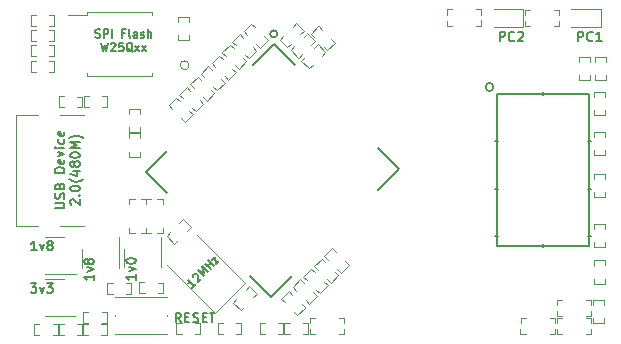
<source format=gbr>
%TF.GenerationSoftware,KiCad,Pcbnew,7.0.2-0*%
%TF.CreationDate,2023-05-15T13:16:41+08:00*%
%TF.ProjectId,slimarm_carambola,736c696d-6172-46d5-9f63-6172616d626f,rev?*%
%TF.SameCoordinates,Original*%
%TF.FileFunction,Legend,Top*%
%TF.FilePolarity,Positive*%
%FSLAX46Y46*%
G04 Gerber Fmt 4.6, Leading zero omitted, Abs format (unit mm)*
G04 Created by KiCad (PCBNEW 7.0.2-0) date 2023-05-15 13:16:41*
%MOMM*%
%LPD*%
G01*
G04 APERTURE LIST*
%ADD10C,0.150000*%
%ADD11C,0.100000*%
%ADD12C,0.120000*%
%ADD13C,0.152400*%
%ADD14C,0.200000*%
G04 APERTURE END LIST*
D10*
X55293017Y-20230000D02*
G75*
G03*
X55293017Y-20230000I-333017J0D01*
G01*
X21596667Y-16017000D02*
X21696667Y-16050333D01*
X21696667Y-16050333D02*
X21863334Y-16050333D01*
X21863334Y-16050333D02*
X21930000Y-16017000D01*
X21930000Y-16017000D02*
X21963334Y-15983666D01*
X21963334Y-15983666D02*
X21996667Y-15917000D01*
X21996667Y-15917000D02*
X21996667Y-15850333D01*
X21996667Y-15850333D02*
X21963334Y-15783666D01*
X21963334Y-15783666D02*
X21930000Y-15750333D01*
X21930000Y-15750333D02*
X21863334Y-15717000D01*
X21863334Y-15717000D02*
X21730000Y-15683666D01*
X21730000Y-15683666D02*
X21663334Y-15650333D01*
X21663334Y-15650333D02*
X21630000Y-15617000D01*
X21630000Y-15617000D02*
X21596667Y-15550333D01*
X21596667Y-15550333D02*
X21596667Y-15483666D01*
X21596667Y-15483666D02*
X21630000Y-15417000D01*
X21630000Y-15417000D02*
X21663334Y-15383666D01*
X21663334Y-15383666D02*
X21730000Y-15350333D01*
X21730000Y-15350333D02*
X21896667Y-15350333D01*
X21896667Y-15350333D02*
X21996667Y-15383666D01*
X22296667Y-16050333D02*
X22296667Y-15350333D01*
X22296667Y-15350333D02*
X22563334Y-15350333D01*
X22563334Y-15350333D02*
X22630001Y-15383666D01*
X22630001Y-15383666D02*
X22663334Y-15417000D01*
X22663334Y-15417000D02*
X22696667Y-15483666D01*
X22696667Y-15483666D02*
X22696667Y-15583666D01*
X22696667Y-15583666D02*
X22663334Y-15650333D01*
X22663334Y-15650333D02*
X22630001Y-15683666D01*
X22630001Y-15683666D02*
X22563334Y-15717000D01*
X22563334Y-15717000D02*
X22296667Y-15717000D01*
X22996667Y-16050333D02*
X22996667Y-15350333D01*
X24096667Y-15683666D02*
X23863333Y-15683666D01*
X23863333Y-16050333D02*
X23863333Y-15350333D01*
X23863333Y-15350333D02*
X24196667Y-15350333D01*
X24563333Y-16050333D02*
X24496667Y-16017000D01*
X24496667Y-16017000D02*
X24463333Y-15950333D01*
X24463333Y-15950333D02*
X24463333Y-15350333D01*
X25130000Y-16050333D02*
X25130000Y-15683666D01*
X25130000Y-15683666D02*
X25096667Y-15617000D01*
X25096667Y-15617000D02*
X25030000Y-15583666D01*
X25030000Y-15583666D02*
X24896667Y-15583666D01*
X24896667Y-15583666D02*
X24830000Y-15617000D01*
X25130000Y-16017000D02*
X25063334Y-16050333D01*
X25063334Y-16050333D02*
X24896667Y-16050333D01*
X24896667Y-16050333D02*
X24830000Y-16017000D01*
X24830000Y-16017000D02*
X24796667Y-15950333D01*
X24796667Y-15950333D02*
X24796667Y-15883666D01*
X24796667Y-15883666D02*
X24830000Y-15817000D01*
X24830000Y-15817000D02*
X24896667Y-15783666D01*
X24896667Y-15783666D02*
X25063334Y-15783666D01*
X25063334Y-15783666D02*
X25130000Y-15750333D01*
X25430000Y-16017000D02*
X25496667Y-16050333D01*
X25496667Y-16050333D02*
X25630000Y-16050333D01*
X25630000Y-16050333D02*
X25696667Y-16017000D01*
X25696667Y-16017000D02*
X25730000Y-15950333D01*
X25730000Y-15950333D02*
X25730000Y-15917000D01*
X25730000Y-15917000D02*
X25696667Y-15850333D01*
X25696667Y-15850333D02*
X25630000Y-15817000D01*
X25630000Y-15817000D02*
X25530000Y-15817000D01*
X25530000Y-15817000D02*
X25463333Y-15783666D01*
X25463333Y-15783666D02*
X25430000Y-15717000D01*
X25430000Y-15717000D02*
X25430000Y-15683666D01*
X25430000Y-15683666D02*
X25463333Y-15617000D01*
X25463333Y-15617000D02*
X25530000Y-15583666D01*
X25530000Y-15583666D02*
X25630000Y-15583666D01*
X25630000Y-15583666D02*
X25696667Y-15617000D01*
X26030000Y-16050333D02*
X26030000Y-15350333D01*
X26330000Y-16050333D02*
X26330000Y-15683666D01*
X26330000Y-15683666D02*
X26296667Y-15617000D01*
X26296667Y-15617000D02*
X26230000Y-15583666D01*
X26230000Y-15583666D02*
X26130000Y-15583666D01*
X26130000Y-15583666D02*
X26063334Y-15617000D01*
X26063334Y-15617000D02*
X26030000Y-15650333D01*
X22080000Y-16484333D02*
X22246666Y-17184333D01*
X22246666Y-17184333D02*
X22380000Y-16684333D01*
X22380000Y-16684333D02*
X22513333Y-17184333D01*
X22513333Y-17184333D02*
X22680000Y-16484333D01*
X22913333Y-16551000D02*
X22946666Y-16517666D01*
X22946666Y-16517666D02*
X23013333Y-16484333D01*
X23013333Y-16484333D02*
X23180000Y-16484333D01*
X23180000Y-16484333D02*
X23246666Y-16517666D01*
X23246666Y-16517666D02*
X23280000Y-16551000D01*
X23280000Y-16551000D02*
X23313333Y-16617666D01*
X23313333Y-16617666D02*
X23313333Y-16684333D01*
X23313333Y-16684333D02*
X23280000Y-16784333D01*
X23280000Y-16784333D02*
X22880000Y-17184333D01*
X22880000Y-17184333D02*
X23313333Y-17184333D01*
X23946667Y-16484333D02*
X23613333Y-16484333D01*
X23613333Y-16484333D02*
X23580000Y-16817666D01*
X23580000Y-16817666D02*
X23613333Y-16784333D01*
X23613333Y-16784333D02*
X23680000Y-16751000D01*
X23680000Y-16751000D02*
X23846667Y-16751000D01*
X23846667Y-16751000D02*
X23913333Y-16784333D01*
X23913333Y-16784333D02*
X23946667Y-16817666D01*
X23946667Y-16817666D02*
X23980000Y-16884333D01*
X23980000Y-16884333D02*
X23980000Y-17051000D01*
X23980000Y-17051000D02*
X23946667Y-17117666D01*
X23946667Y-17117666D02*
X23913333Y-17151000D01*
X23913333Y-17151000D02*
X23846667Y-17184333D01*
X23846667Y-17184333D02*
X23680000Y-17184333D01*
X23680000Y-17184333D02*
X23613333Y-17151000D01*
X23613333Y-17151000D02*
X23580000Y-17117666D01*
X24746667Y-17251000D02*
X24680000Y-17217666D01*
X24680000Y-17217666D02*
X24613334Y-17151000D01*
X24613334Y-17151000D02*
X24513334Y-17051000D01*
X24513334Y-17051000D02*
X24446667Y-17017666D01*
X24446667Y-17017666D02*
X24380000Y-17017666D01*
X24413334Y-17184333D02*
X24346667Y-17151000D01*
X24346667Y-17151000D02*
X24280000Y-17084333D01*
X24280000Y-17084333D02*
X24246667Y-16951000D01*
X24246667Y-16951000D02*
X24246667Y-16717666D01*
X24246667Y-16717666D02*
X24280000Y-16584333D01*
X24280000Y-16584333D02*
X24346667Y-16517666D01*
X24346667Y-16517666D02*
X24413334Y-16484333D01*
X24413334Y-16484333D02*
X24546667Y-16484333D01*
X24546667Y-16484333D02*
X24613334Y-16517666D01*
X24613334Y-16517666D02*
X24680000Y-16584333D01*
X24680000Y-16584333D02*
X24713334Y-16717666D01*
X24713334Y-16717666D02*
X24713334Y-16951000D01*
X24713334Y-16951000D02*
X24680000Y-17084333D01*
X24680000Y-17084333D02*
X24613334Y-17151000D01*
X24613334Y-17151000D02*
X24546667Y-17184333D01*
X24546667Y-17184333D02*
X24413334Y-17184333D01*
X24946667Y-17184333D02*
X25313333Y-16717666D01*
X24946667Y-16717666D02*
X25313333Y-17184333D01*
X25513334Y-17184333D02*
X25880000Y-16717666D01*
X25513334Y-16717666D02*
X25880000Y-17184333D01*
X24992095Y-36087143D02*
X24992095Y-36544286D01*
X24992095Y-36315714D02*
X24192095Y-36315714D01*
X24192095Y-36315714D02*
X24306380Y-36391905D01*
X24306380Y-36391905D02*
X24382571Y-36468095D01*
X24382571Y-36468095D02*
X24420666Y-36544286D01*
X24458761Y-35820476D02*
X24992095Y-35630000D01*
X24992095Y-35630000D02*
X24458761Y-35439523D01*
X24192095Y-34982380D02*
X24192095Y-34906190D01*
X24192095Y-34906190D02*
X24230190Y-34829999D01*
X24230190Y-34829999D02*
X24268285Y-34791904D01*
X24268285Y-34791904D02*
X24344476Y-34753809D01*
X24344476Y-34753809D02*
X24496857Y-34715714D01*
X24496857Y-34715714D02*
X24687333Y-34715714D01*
X24687333Y-34715714D02*
X24839714Y-34753809D01*
X24839714Y-34753809D02*
X24915904Y-34791904D01*
X24915904Y-34791904D02*
X24954000Y-34829999D01*
X24954000Y-34829999D02*
X24992095Y-34906190D01*
X24992095Y-34906190D02*
X24992095Y-34982380D01*
X24992095Y-34982380D02*
X24954000Y-35058571D01*
X24954000Y-35058571D02*
X24915904Y-35096666D01*
X24915904Y-35096666D02*
X24839714Y-35134761D01*
X24839714Y-35134761D02*
X24687333Y-35172857D01*
X24687333Y-35172857D02*
X24496857Y-35172857D01*
X24496857Y-35172857D02*
X24344476Y-35134761D01*
X24344476Y-35134761D02*
X24268285Y-35096666D01*
X24268285Y-35096666D02*
X24230190Y-35058571D01*
X24230190Y-35058571D02*
X24192095Y-34982380D01*
X16107618Y-36852095D02*
X16602856Y-36852095D01*
X16602856Y-36852095D02*
X16336190Y-37156857D01*
X16336190Y-37156857D02*
X16450475Y-37156857D01*
X16450475Y-37156857D02*
X16526666Y-37194952D01*
X16526666Y-37194952D02*
X16564761Y-37233047D01*
X16564761Y-37233047D02*
X16602856Y-37309238D01*
X16602856Y-37309238D02*
X16602856Y-37499714D01*
X16602856Y-37499714D02*
X16564761Y-37575904D01*
X16564761Y-37575904D02*
X16526666Y-37614000D01*
X16526666Y-37614000D02*
X16450475Y-37652095D01*
X16450475Y-37652095D02*
X16221904Y-37652095D01*
X16221904Y-37652095D02*
X16145713Y-37614000D01*
X16145713Y-37614000D02*
X16107618Y-37575904D01*
X16869523Y-37118761D02*
X17059999Y-37652095D01*
X17059999Y-37652095D02*
X17250476Y-37118761D01*
X17479047Y-36852095D02*
X17974285Y-36852095D01*
X17974285Y-36852095D02*
X17707619Y-37156857D01*
X17707619Y-37156857D02*
X17821904Y-37156857D01*
X17821904Y-37156857D02*
X17898095Y-37194952D01*
X17898095Y-37194952D02*
X17936190Y-37233047D01*
X17936190Y-37233047D02*
X17974285Y-37309238D01*
X17974285Y-37309238D02*
X17974285Y-37499714D01*
X17974285Y-37499714D02*
X17936190Y-37575904D01*
X17936190Y-37575904D02*
X17898095Y-37614000D01*
X17898095Y-37614000D02*
X17821904Y-37652095D01*
X17821904Y-37652095D02*
X17593333Y-37652095D01*
X17593333Y-37652095D02*
X17517142Y-37614000D01*
X17517142Y-37614000D02*
X17479047Y-37575904D01*
X30092681Y-36926167D02*
X29809838Y-37209010D01*
X29951259Y-37067589D02*
X29456285Y-36572614D01*
X29456285Y-36572614D02*
X29479855Y-36690465D01*
X29479855Y-36690465D02*
X29479855Y-36784746D01*
X29479855Y-36784746D02*
X29456285Y-36855457D01*
X29833409Y-36289771D02*
X29833409Y-36242630D01*
X29833409Y-36242630D02*
X29856979Y-36171920D01*
X29856979Y-36171920D02*
X29974830Y-36054069D01*
X29974830Y-36054069D02*
X30045541Y-36030498D01*
X30045541Y-36030498D02*
X30092681Y-36030498D01*
X30092681Y-36030498D02*
X30163392Y-36054069D01*
X30163392Y-36054069D02*
X30210532Y-36101209D01*
X30210532Y-36101209D02*
X30257673Y-36195490D01*
X30257673Y-36195490D02*
X30257673Y-36761175D01*
X30257673Y-36761175D02*
X30564086Y-36454763D01*
X30776218Y-36242630D02*
X30281243Y-35747656D01*
X30281243Y-35747656D02*
X30799788Y-35936217D01*
X30799788Y-35936217D02*
X30611226Y-35417672D01*
X30611226Y-35417672D02*
X31106201Y-35912647D01*
X31341903Y-35676945D02*
X30846928Y-35181970D01*
X31082631Y-35417672D02*
X31365473Y-35134830D01*
X31624746Y-35394102D02*
X31129771Y-34899127D01*
X31483324Y-34875557D02*
X31742597Y-34616285D01*
X31742597Y-34616285D02*
X31813307Y-35205541D01*
X31813307Y-35205541D02*
X32072580Y-34946268D01*
X28838095Y-40142095D02*
X28571428Y-39761142D01*
X28380952Y-40142095D02*
X28380952Y-39342095D01*
X28380952Y-39342095D02*
X28685714Y-39342095D01*
X28685714Y-39342095D02*
X28761904Y-39380190D01*
X28761904Y-39380190D02*
X28799999Y-39418285D01*
X28799999Y-39418285D02*
X28838095Y-39494476D01*
X28838095Y-39494476D02*
X28838095Y-39608761D01*
X28838095Y-39608761D02*
X28799999Y-39684952D01*
X28799999Y-39684952D02*
X28761904Y-39723047D01*
X28761904Y-39723047D02*
X28685714Y-39761142D01*
X28685714Y-39761142D02*
X28380952Y-39761142D01*
X29180952Y-39723047D02*
X29447618Y-39723047D01*
X29561904Y-40142095D02*
X29180952Y-40142095D01*
X29180952Y-40142095D02*
X29180952Y-39342095D01*
X29180952Y-39342095D02*
X29561904Y-39342095D01*
X29866666Y-40104000D02*
X29980952Y-40142095D01*
X29980952Y-40142095D02*
X30171428Y-40142095D01*
X30171428Y-40142095D02*
X30247619Y-40104000D01*
X30247619Y-40104000D02*
X30285714Y-40065904D01*
X30285714Y-40065904D02*
X30323809Y-39989714D01*
X30323809Y-39989714D02*
X30323809Y-39913523D01*
X30323809Y-39913523D02*
X30285714Y-39837333D01*
X30285714Y-39837333D02*
X30247619Y-39799238D01*
X30247619Y-39799238D02*
X30171428Y-39761142D01*
X30171428Y-39761142D02*
X30019047Y-39723047D01*
X30019047Y-39723047D02*
X29942857Y-39684952D01*
X29942857Y-39684952D02*
X29904762Y-39646857D01*
X29904762Y-39646857D02*
X29866666Y-39570666D01*
X29866666Y-39570666D02*
X29866666Y-39494476D01*
X29866666Y-39494476D02*
X29904762Y-39418285D01*
X29904762Y-39418285D02*
X29942857Y-39380190D01*
X29942857Y-39380190D02*
X30019047Y-39342095D01*
X30019047Y-39342095D02*
X30209524Y-39342095D01*
X30209524Y-39342095D02*
X30323809Y-39380190D01*
X30666667Y-39723047D02*
X30933333Y-39723047D01*
X31047619Y-40142095D02*
X30666667Y-40142095D01*
X30666667Y-40142095D02*
X30666667Y-39342095D01*
X30666667Y-39342095D02*
X31047619Y-39342095D01*
X31276191Y-39342095D02*
X31733334Y-39342095D01*
X31504762Y-40142095D02*
X31504762Y-39342095D01*
X21442095Y-36127143D02*
X21442095Y-36584286D01*
X21442095Y-36355714D02*
X20642095Y-36355714D01*
X20642095Y-36355714D02*
X20756380Y-36431905D01*
X20756380Y-36431905D02*
X20832571Y-36508095D01*
X20832571Y-36508095D02*
X20870666Y-36584286D01*
X20908761Y-35860476D02*
X21442095Y-35670000D01*
X21442095Y-35670000D02*
X20908761Y-35479523D01*
X20984952Y-35060476D02*
X20946857Y-35136666D01*
X20946857Y-35136666D02*
X20908761Y-35174761D01*
X20908761Y-35174761D02*
X20832571Y-35212857D01*
X20832571Y-35212857D02*
X20794476Y-35212857D01*
X20794476Y-35212857D02*
X20718285Y-35174761D01*
X20718285Y-35174761D02*
X20680190Y-35136666D01*
X20680190Y-35136666D02*
X20642095Y-35060476D01*
X20642095Y-35060476D02*
X20642095Y-34908095D01*
X20642095Y-34908095D02*
X20680190Y-34831904D01*
X20680190Y-34831904D02*
X20718285Y-34793809D01*
X20718285Y-34793809D02*
X20794476Y-34755714D01*
X20794476Y-34755714D02*
X20832571Y-34755714D01*
X20832571Y-34755714D02*
X20908761Y-34793809D01*
X20908761Y-34793809D02*
X20946857Y-34831904D01*
X20946857Y-34831904D02*
X20984952Y-34908095D01*
X20984952Y-34908095D02*
X20984952Y-35060476D01*
X20984952Y-35060476D02*
X21023047Y-35136666D01*
X21023047Y-35136666D02*
X21061142Y-35174761D01*
X21061142Y-35174761D02*
X21137333Y-35212857D01*
X21137333Y-35212857D02*
X21289714Y-35212857D01*
X21289714Y-35212857D02*
X21365904Y-35174761D01*
X21365904Y-35174761D02*
X21404000Y-35136666D01*
X21404000Y-35136666D02*
X21442095Y-35060476D01*
X21442095Y-35060476D02*
X21442095Y-34908095D01*
X21442095Y-34908095D02*
X21404000Y-34831904D01*
X21404000Y-34831904D02*
X21365904Y-34793809D01*
X21365904Y-34793809D02*
X21289714Y-34755714D01*
X21289714Y-34755714D02*
X21137333Y-34755714D01*
X21137333Y-34755714D02*
X21061142Y-34793809D01*
X21061142Y-34793809D02*
X21023047Y-34831904D01*
X21023047Y-34831904D02*
X20984952Y-34908095D01*
X18176095Y-30488094D02*
X18823714Y-30488094D01*
X18823714Y-30488094D02*
X18899904Y-30449999D01*
X18899904Y-30449999D02*
X18938000Y-30411904D01*
X18938000Y-30411904D02*
X18976095Y-30335713D01*
X18976095Y-30335713D02*
X18976095Y-30183332D01*
X18976095Y-30183332D02*
X18938000Y-30107142D01*
X18938000Y-30107142D02*
X18899904Y-30069047D01*
X18899904Y-30069047D02*
X18823714Y-30030951D01*
X18823714Y-30030951D02*
X18176095Y-30030951D01*
X18938000Y-29688095D02*
X18976095Y-29573809D01*
X18976095Y-29573809D02*
X18976095Y-29383333D01*
X18976095Y-29383333D02*
X18938000Y-29307142D01*
X18938000Y-29307142D02*
X18899904Y-29269047D01*
X18899904Y-29269047D02*
X18823714Y-29230952D01*
X18823714Y-29230952D02*
X18747523Y-29230952D01*
X18747523Y-29230952D02*
X18671333Y-29269047D01*
X18671333Y-29269047D02*
X18633238Y-29307142D01*
X18633238Y-29307142D02*
X18595142Y-29383333D01*
X18595142Y-29383333D02*
X18557047Y-29535714D01*
X18557047Y-29535714D02*
X18518952Y-29611904D01*
X18518952Y-29611904D02*
X18480857Y-29649999D01*
X18480857Y-29649999D02*
X18404666Y-29688095D01*
X18404666Y-29688095D02*
X18328476Y-29688095D01*
X18328476Y-29688095D02*
X18252285Y-29649999D01*
X18252285Y-29649999D02*
X18214190Y-29611904D01*
X18214190Y-29611904D02*
X18176095Y-29535714D01*
X18176095Y-29535714D02*
X18176095Y-29345237D01*
X18176095Y-29345237D02*
X18214190Y-29230952D01*
X18557047Y-28621428D02*
X18595142Y-28507142D01*
X18595142Y-28507142D02*
X18633238Y-28469047D01*
X18633238Y-28469047D02*
X18709428Y-28430951D01*
X18709428Y-28430951D02*
X18823714Y-28430951D01*
X18823714Y-28430951D02*
X18899904Y-28469047D01*
X18899904Y-28469047D02*
X18938000Y-28507142D01*
X18938000Y-28507142D02*
X18976095Y-28583332D01*
X18976095Y-28583332D02*
X18976095Y-28888094D01*
X18976095Y-28888094D02*
X18176095Y-28888094D01*
X18176095Y-28888094D02*
X18176095Y-28621428D01*
X18176095Y-28621428D02*
X18214190Y-28545237D01*
X18214190Y-28545237D02*
X18252285Y-28507142D01*
X18252285Y-28507142D02*
X18328476Y-28469047D01*
X18328476Y-28469047D02*
X18404666Y-28469047D01*
X18404666Y-28469047D02*
X18480857Y-28507142D01*
X18480857Y-28507142D02*
X18518952Y-28545237D01*
X18518952Y-28545237D02*
X18557047Y-28621428D01*
X18557047Y-28621428D02*
X18557047Y-28888094D01*
X18976095Y-27478570D02*
X18176095Y-27478570D01*
X18176095Y-27478570D02*
X18176095Y-27288094D01*
X18176095Y-27288094D02*
X18214190Y-27173808D01*
X18214190Y-27173808D02*
X18290380Y-27097618D01*
X18290380Y-27097618D02*
X18366571Y-27059523D01*
X18366571Y-27059523D02*
X18518952Y-27021427D01*
X18518952Y-27021427D02*
X18633238Y-27021427D01*
X18633238Y-27021427D02*
X18785619Y-27059523D01*
X18785619Y-27059523D02*
X18861809Y-27097618D01*
X18861809Y-27097618D02*
X18938000Y-27173808D01*
X18938000Y-27173808D02*
X18976095Y-27288094D01*
X18976095Y-27288094D02*
X18976095Y-27478570D01*
X18938000Y-26373808D02*
X18976095Y-26449999D01*
X18976095Y-26449999D02*
X18976095Y-26602380D01*
X18976095Y-26602380D02*
X18938000Y-26678570D01*
X18938000Y-26678570D02*
X18861809Y-26716666D01*
X18861809Y-26716666D02*
X18557047Y-26716666D01*
X18557047Y-26716666D02*
X18480857Y-26678570D01*
X18480857Y-26678570D02*
X18442761Y-26602380D01*
X18442761Y-26602380D02*
X18442761Y-26449999D01*
X18442761Y-26449999D02*
X18480857Y-26373808D01*
X18480857Y-26373808D02*
X18557047Y-26335713D01*
X18557047Y-26335713D02*
X18633238Y-26335713D01*
X18633238Y-26335713D02*
X18709428Y-26716666D01*
X18442761Y-26069047D02*
X18976095Y-25878571D01*
X18976095Y-25878571D02*
X18442761Y-25688094D01*
X18976095Y-25383332D02*
X18442761Y-25383332D01*
X18176095Y-25383332D02*
X18214190Y-25421428D01*
X18214190Y-25421428D02*
X18252285Y-25383332D01*
X18252285Y-25383332D02*
X18214190Y-25345237D01*
X18214190Y-25345237D02*
X18176095Y-25383332D01*
X18176095Y-25383332D02*
X18252285Y-25383332D01*
X18938000Y-24659523D02*
X18976095Y-24735714D01*
X18976095Y-24735714D02*
X18976095Y-24888095D01*
X18976095Y-24888095D02*
X18938000Y-24964285D01*
X18938000Y-24964285D02*
X18899904Y-25002380D01*
X18899904Y-25002380D02*
X18823714Y-25040476D01*
X18823714Y-25040476D02*
X18595142Y-25040476D01*
X18595142Y-25040476D02*
X18518952Y-25002380D01*
X18518952Y-25002380D02*
X18480857Y-24964285D01*
X18480857Y-24964285D02*
X18442761Y-24888095D01*
X18442761Y-24888095D02*
X18442761Y-24735714D01*
X18442761Y-24735714D02*
X18480857Y-24659523D01*
X18938000Y-24011904D02*
X18976095Y-24088095D01*
X18976095Y-24088095D02*
X18976095Y-24240476D01*
X18976095Y-24240476D02*
X18938000Y-24316666D01*
X18938000Y-24316666D02*
X18861809Y-24354762D01*
X18861809Y-24354762D02*
X18557047Y-24354762D01*
X18557047Y-24354762D02*
X18480857Y-24316666D01*
X18480857Y-24316666D02*
X18442761Y-24240476D01*
X18442761Y-24240476D02*
X18442761Y-24088095D01*
X18442761Y-24088095D02*
X18480857Y-24011904D01*
X18480857Y-24011904D02*
X18557047Y-23973809D01*
X18557047Y-23973809D02*
X18633238Y-23973809D01*
X18633238Y-23973809D02*
X18709428Y-24354762D01*
X19548285Y-30183333D02*
X19510190Y-30145237D01*
X19510190Y-30145237D02*
X19472095Y-30069047D01*
X19472095Y-30069047D02*
X19472095Y-29878571D01*
X19472095Y-29878571D02*
X19510190Y-29802380D01*
X19510190Y-29802380D02*
X19548285Y-29764285D01*
X19548285Y-29764285D02*
X19624476Y-29726190D01*
X19624476Y-29726190D02*
X19700666Y-29726190D01*
X19700666Y-29726190D02*
X19814952Y-29764285D01*
X19814952Y-29764285D02*
X20272095Y-30221428D01*
X20272095Y-30221428D02*
X20272095Y-29726190D01*
X20195904Y-29383332D02*
X20234000Y-29345237D01*
X20234000Y-29345237D02*
X20272095Y-29383332D01*
X20272095Y-29383332D02*
X20234000Y-29421428D01*
X20234000Y-29421428D02*
X20195904Y-29383332D01*
X20195904Y-29383332D02*
X20272095Y-29383332D01*
X19472095Y-28849999D02*
X19472095Y-28773809D01*
X19472095Y-28773809D02*
X19510190Y-28697618D01*
X19510190Y-28697618D02*
X19548285Y-28659523D01*
X19548285Y-28659523D02*
X19624476Y-28621428D01*
X19624476Y-28621428D02*
X19776857Y-28583333D01*
X19776857Y-28583333D02*
X19967333Y-28583333D01*
X19967333Y-28583333D02*
X20119714Y-28621428D01*
X20119714Y-28621428D02*
X20195904Y-28659523D01*
X20195904Y-28659523D02*
X20234000Y-28697618D01*
X20234000Y-28697618D02*
X20272095Y-28773809D01*
X20272095Y-28773809D02*
X20272095Y-28849999D01*
X20272095Y-28849999D02*
X20234000Y-28926190D01*
X20234000Y-28926190D02*
X20195904Y-28964285D01*
X20195904Y-28964285D02*
X20119714Y-29002380D01*
X20119714Y-29002380D02*
X19967333Y-29040476D01*
X19967333Y-29040476D02*
X19776857Y-29040476D01*
X19776857Y-29040476D02*
X19624476Y-29002380D01*
X19624476Y-29002380D02*
X19548285Y-28964285D01*
X19548285Y-28964285D02*
X19510190Y-28926190D01*
X19510190Y-28926190D02*
X19472095Y-28849999D01*
X20576857Y-28011904D02*
X20538761Y-28049999D01*
X20538761Y-28049999D02*
X20424476Y-28126190D01*
X20424476Y-28126190D02*
X20348285Y-28164285D01*
X20348285Y-28164285D02*
X20234000Y-28202380D01*
X20234000Y-28202380D02*
X20043523Y-28240475D01*
X20043523Y-28240475D02*
X19891142Y-28240475D01*
X19891142Y-28240475D02*
X19700666Y-28202380D01*
X19700666Y-28202380D02*
X19586380Y-28164285D01*
X19586380Y-28164285D02*
X19510190Y-28126190D01*
X19510190Y-28126190D02*
X19395904Y-28049999D01*
X19395904Y-28049999D02*
X19357809Y-28011904D01*
X19738761Y-27364285D02*
X20272095Y-27364285D01*
X19434000Y-27554761D02*
X20005428Y-27745238D01*
X20005428Y-27745238D02*
X20005428Y-27249999D01*
X19814952Y-26830952D02*
X19776857Y-26907142D01*
X19776857Y-26907142D02*
X19738761Y-26945237D01*
X19738761Y-26945237D02*
X19662571Y-26983333D01*
X19662571Y-26983333D02*
X19624476Y-26983333D01*
X19624476Y-26983333D02*
X19548285Y-26945237D01*
X19548285Y-26945237D02*
X19510190Y-26907142D01*
X19510190Y-26907142D02*
X19472095Y-26830952D01*
X19472095Y-26830952D02*
X19472095Y-26678571D01*
X19472095Y-26678571D02*
X19510190Y-26602380D01*
X19510190Y-26602380D02*
X19548285Y-26564285D01*
X19548285Y-26564285D02*
X19624476Y-26526190D01*
X19624476Y-26526190D02*
X19662571Y-26526190D01*
X19662571Y-26526190D02*
X19738761Y-26564285D01*
X19738761Y-26564285D02*
X19776857Y-26602380D01*
X19776857Y-26602380D02*
X19814952Y-26678571D01*
X19814952Y-26678571D02*
X19814952Y-26830952D01*
X19814952Y-26830952D02*
X19853047Y-26907142D01*
X19853047Y-26907142D02*
X19891142Y-26945237D01*
X19891142Y-26945237D02*
X19967333Y-26983333D01*
X19967333Y-26983333D02*
X20119714Y-26983333D01*
X20119714Y-26983333D02*
X20195904Y-26945237D01*
X20195904Y-26945237D02*
X20234000Y-26907142D01*
X20234000Y-26907142D02*
X20272095Y-26830952D01*
X20272095Y-26830952D02*
X20272095Y-26678571D01*
X20272095Y-26678571D02*
X20234000Y-26602380D01*
X20234000Y-26602380D02*
X20195904Y-26564285D01*
X20195904Y-26564285D02*
X20119714Y-26526190D01*
X20119714Y-26526190D02*
X19967333Y-26526190D01*
X19967333Y-26526190D02*
X19891142Y-26564285D01*
X19891142Y-26564285D02*
X19853047Y-26602380D01*
X19853047Y-26602380D02*
X19814952Y-26678571D01*
X19472095Y-26030951D02*
X19472095Y-25954761D01*
X19472095Y-25954761D02*
X19510190Y-25878570D01*
X19510190Y-25878570D02*
X19548285Y-25840475D01*
X19548285Y-25840475D02*
X19624476Y-25802380D01*
X19624476Y-25802380D02*
X19776857Y-25764285D01*
X19776857Y-25764285D02*
X19967333Y-25764285D01*
X19967333Y-25764285D02*
X20119714Y-25802380D01*
X20119714Y-25802380D02*
X20195904Y-25840475D01*
X20195904Y-25840475D02*
X20234000Y-25878570D01*
X20234000Y-25878570D02*
X20272095Y-25954761D01*
X20272095Y-25954761D02*
X20272095Y-26030951D01*
X20272095Y-26030951D02*
X20234000Y-26107142D01*
X20234000Y-26107142D02*
X20195904Y-26145237D01*
X20195904Y-26145237D02*
X20119714Y-26183332D01*
X20119714Y-26183332D02*
X19967333Y-26221428D01*
X19967333Y-26221428D02*
X19776857Y-26221428D01*
X19776857Y-26221428D02*
X19624476Y-26183332D01*
X19624476Y-26183332D02*
X19548285Y-26145237D01*
X19548285Y-26145237D02*
X19510190Y-26107142D01*
X19510190Y-26107142D02*
X19472095Y-26030951D01*
X20272095Y-25421427D02*
X19472095Y-25421427D01*
X19472095Y-25421427D02*
X20043523Y-25154761D01*
X20043523Y-25154761D02*
X19472095Y-24888094D01*
X19472095Y-24888094D02*
X20272095Y-24888094D01*
X20576857Y-24583332D02*
X20538761Y-24545237D01*
X20538761Y-24545237D02*
X20424476Y-24469046D01*
X20424476Y-24469046D02*
X20348285Y-24430951D01*
X20348285Y-24430951D02*
X20234000Y-24392856D01*
X20234000Y-24392856D02*
X20043523Y-24354760D01*
X20043523Y-24354760D02*
X19891142Y-24354760D01*
X19891142Y-24354760D02*
X19700666Y-24392856D01*
X19700666Y-24392856D02*
X19586380Y-24430951D01*
X19586380Y-24430951D02*
X19510190Y-24469046D01*
X19510190Y-24469046D02*
X19395904Y-24545237D01*
X19395904Y-24545237D02*
X19357809Y-24583332D01*
X55810476Y-16332095D02*
X55810476Y-15532095D01*
X55810476Y-15532095D02*
X56115238Y-15532095D01*
X56115238Y-15532095D02*
X56191428Y-15570190D01*
X56191428Y-15570190D02*
X56229523Y-15608285D01*
X56229523Y-15608285D02*
X56267619Y-15684476D01*
X56267619Y-15684476D02*
X56267619Y-15798761D01*
X56267619Y-15798761D02*
X56229523Y-15874952D01*
X56229523Y-15874952D02*
X56191428Y-15913047D01*
X56191428Y-15913047D02*
X56115238Y-15951142D01*
X56115238Y-15951142D02*
X55810476Y-15951142D01*
X57067619Y-16255904D02*
X57029523Y-16294000D01*
X57029523Y-16294000D02*
X56915238Y-16332095D01*
X56915238Y-16332095D02*
X56839047Y-16332095D01*
X56839047Y-16332095D02*
X56724761Y-16294000D01*
X56724761Y-16294000D02*
X56648571Y-16217809D01*
X56648571Y-16217809D02*
X56610476Y-16141619D01*
X56610476Y-16141619D02*
X56572380Y-15989238D01*
X56572380Y-15989238D02*
X56572380Y-15874952D01*
X56572380Y-15874952D02*
X56610476Y-15722571D01*
X56610476Y-15722571D02*
X56648571Y-15646380D01*
X56648571Y-15646380D02*
X56724761Y-15570190D01*
X56724761Y-15570190D02*
X56839047Y-15532095D01*
X56839047Y-15532095D02*
X56915238Y-15532095D01*
X56915238Y-15532095D02*
X57029523Y-15570190D01*
X57029523Y-15570190D02*
X57067619Y-15608285D01*
X57372380Y-15608285D02*
X57410476Y-15570190D01*
X57410476Y-15570190D02*
X57486666Y-15532095D01*
X57486666Y-15532095D02*
X57677142Y-15532095D01*
X57677142Y-15532095D02*
X57753333Y-15570190D01*
X57753333Y-15570190D02*
X57791428Y-15608285D01*
X57791428Y-15608285D02*
X57829523Y-15684476D01*
X57829523Y-15684476D02*
X57829523Y-15760666D01*
X57829523Y-15760666D02*
X57791428Y-15874952D01*
X57791428Y-15874952D02*
X57334285Y-16332095D01*
X57334285Y-16332095D02*
X57829523Y-16332095D01*
X62439049Y-16332095D02*
X62439049Y-15532095D01*
X62439049Y-15532095D02*
X62743811Y-15532095D01*
X62743811Y-15532095D02*
X62820001Y-15570190D01*
X62820001Y-15570190D02*
X62858096Y-15608285D01*
X62858096Y-15608285D02*
X62896192Y-15684476D01*
X62896192Y-15684476D02*
X62896192Y-15798761D01*
X62896192Y-15798761D02*
X62858096Y-15874952D01*
X62858096Y-15874952D02*
X62820001Y-15913047D01*
X62820001Y-15913047D02*
X62743811Y-15951142D01*
X62743811Y-15951142D02*
X62439049Y-15951142D01*
X63696192Y-16255904D02*
X63658096Y-16294000D01*
X63658096Y-16294000D02*
X63543811Y-16332095D01*
X63543811Y-16332095D02*
X63467620Y-16332095D01*
X63467620Y-16332095D02*
X63353334Y-16294000D01*
X63353334Y-16294000D02*
X63277144Y-16217809D01*
X63277144Y-16217809D02*
X63239049Y-16141619D01*
X63239049Y-16141619D02*
X63200953Y-15989238D01*
X63200953Y-15989238D02*
X63200953Y-15874952D01*
X63200953Y-15874952D02*
X63239049Y-15722571D01*
X63239049Y-15722571D02*
X63277144Y-15646380D01*
X63277144Y-15646380D02*
X63353334Y-15570190D01*
X63353334Y-15570190D02*
X63467620Y-15532095D01*
X63467620Y-15532095D02*
X63543811Y-15532095D01*
X63543811Y-15532095D02*
X63658096Y-15570190D01*
X63658096Y-15570190D02*
X63696192Y-15608285D01*
X64458096Y-16332095D02*
X64000953Y-16332095D01*
X64229525Y-16332095D02*
X64229525Y-15532095D01*
X64229525Y-15532095D02*
X64153334Y-15646380D01*
X64153334Y-15646380D02*
X64077144Y-15722571D01*
X64077144Y-15722571D02*
X64000953Y-15760666D01*
X16622856Y-34052095D02*
X16165713Y-34052095D01*
X16394285Y-34052095D02*
X16394285Y-33252095D01*
X16394285Y-33252095D02*
X16318094Y-33366380D01*
X16318094Y-33366380D02*
X16241904Y-33442571D01*
X16241904Y-33442571D02*
X16165713Y-33480666D01*
X16889523Y-33518761D02*
X17079999Y-34052095D01*
X17079999Y-34052095D02*
X17270476Y-33518761D01*
X17689523Y-33594952D02*
X17613333Y-33556857D01*
X17613333Y-33556857D02*
X17575238Y-33518761D01*
X17575238Y-33518761D02*
X17537142Y-33442571D01*
X17537142Y-33442571D02*
X17537142Y-33404476D01*
X17537142Y-33404476D02*
X17575238Y-33328285D01*
X17575238Y-33328285D02*
X17613333Y-33290190D01*
X17613333Y-33290190D02*
X17689523Y-33252095D01*
X17689523Y-33252095D02*
X17841904Y-33252095D01*
X17841904Y-33252095D02*
X17918095Y-33290190D01*
X17918095Y-33290190D02*
X17956190Y-33328285D01*
X17956190Y-33328285D02*
X17994285Y-33404476D01*
X17994285Y-33404476D02*
X17994285Y-33442571D01*
X17994285Y-33442571D02*
X17956190Y-33518761D01*
X17956190Y-33518761D02*
X17918095Y-33556857D01*
X17918095Y-33556857D02*
X17841904Y-33594952D01*
X17841904Y-33594952D02*
X17689523Y-33594952D01*
X17689523Y-33594952D02*
X17613333Y-33633047D01*
X17613333Y-33633047D02*
X17575238Y-33671142D01*
X17575238Y-33671142D02*
X17537142Y-33747333D01*
X17537142Y-33747333D02*
X17537142Y-33899714D01*
X17537142Y-33899714D02*
X17575238Y-33975904D01*
X17575238Y-33975904D02*
X17613333Y-34014000D01*
X17613333Y-34014000D02*
X17689523Y-34052095D01*
X17689523Y-34052095D02*
X17841904Y-34052095D01*
X17841904Y-34052095D02*
X17918095Y-34014000D01*
X17918095Y-34014000D02*
X17956190Y-33975904D01*
X17956190Y-33975904D02*
X17994285Y-33899714D01*
X17994285Y-33899714D02*
X17994285Y-33747333D01*
X17994285Y-33747333D02*
X17956190Y-33671142D01*
X17956190Y-33671142D02*
X17918095Y-33633047D01*
X17918095Y-33633047D02*
X17841904Y-33594952D01*
D11*
%TO.C,C31*%
X33232927Y-38472999D02*
X33536983Y-38168943D01*
X33883466Y-39123537D02*
X33236463Y-38476534D01*
X33887001Y-39120002D02*
X34191057Y-38815946D01*
X34627696Y-37081766D02*
X34323640Y-37385822D01*
X34631231Y-37078231D02*
X35278234Y-37725233D01*
X35281769Y-37728769D02*
X34977713Y-38032825D01*
%TO.C,R10*%
X33940000Y-41122500D02*
X33510000Y-41122500D01*
X33940000Y-40202500D02*
X33940000Y-41117500D01*
X33935000Y-40202500D02*
X33505000Y-40202500D01*
X31970000Y-41120000D02*
X32400000Y-41120000D01*
X31965000Y-41120000D02*
X31965000Y-40205000D01*
X31965000Y-40200000D02*
X32395000Y-40200000D01*
%TO.C,C5*%
X32987001Y-16652927D02*
X33291057Y-16956983D01*
X32336463Y-17303466D02*
X32983466Y-16656463D01*
X32339998Y-17307001D02*
X32644054Y-17611057D01*
X34378234Y-18047696D02*
X34074178Y-17743640D01*
X34381769Y-18051231D02*
X33734767Y-18698234D01*
X33731231Y-18701769D02*
X33427175Y-18397713D01*
%TO.C,C23*%
X63492500Y-17670000D02*
X63492500Y-18100000D01*
X62572500Y-17670000D02*
X63487500Y-17670000D01*
X62572500Y-17675000D02*
X62572500Y-18105000D01*
X63490000Y-19640000D02*
X63490000Y-19210000D01*
X63490000Y-19645000D02*
X62575000Y-19645000D01*
X62570000Y-19645000D02*
X62570000Y-19215000D01*
%TO.C,C28*%
X25362500Y-24150000D02*
X25362500Y-24580000D01*
X24442500Y-24150000D02*
X25357500Y-24150000D01*
X24442500Y-24155000D02*
X24442500Y-24585000D01*
X25360000Y-26120000D02*
X25360000Y-25690000D01*
X25360000Y-26125000D02*
X24445000Y-26125000D01*
X24440000Y-26125000D02*
X24440000Y-25695000D01*
%TO.C,C41*%
X37490000Y-41142500D02*
X37060000Y-41142500D01*
X37490000Y-40222500D02*
X37490000Y-41137500D01*
X37485000Y-40222500D02*
X37055000Y-40222500D01*
X35520000Y-41140000D02*
X35950000Y-41140000D01*
X35515000Y-41140000D02*
X35515000Y-40225000D01*
X35515000Y-40220000D02*
X35945000Y-40220000D01*
%TO.C,C6*%
X34787001Y-14852927D02*
X35091057Y-15156983D01*
X34136463Y-15503466D02*
X34783466Y-14856463D01*
X34139998Y-15507001D02*
X34444054Y-15811057D01*
X36178234Y-16247696D02*
X35874178Y-15943640D01*
X36181769Y-16251231D02*
X35534767Y-16898234D01*
X35531231Y-16901769D02*
X35227175Y-16597713D01*
%TO.C,C12*%
X39702999Y-38567073D02*
X39398943Y-38263017D01*
X40353537Y-37916534D02*
X39706534Y-38563537D01*
X40350002Y-37912999D02*
X40045946Y-37608943D01*
X38311766Y-37172304D02*
X38615822Y-37476360D01*
X38308231Y-37168769D02*
X38955233Y-36521766D01*
X38958769Y-36518231D02*
X39262825Y-36822287D01*
%TO.C,C4*%
X32087001Y-17572927D02*
X32391057Y-17876983D01*
X31436463Y-18223466D02*
X32083466Y-17576463D01*
X31439998Y-18227001D02*
X31744054Y-18531057D01*
X33478234Y-18967696D02*
X33174178Y-18663640D01*
X33481769Y-18971231D02*
X32834767Y-19618234D01*
X32831231Y-19621769D02*
X32527175Y-19317713D01*
%TO.C,R21*%
X54280000Y-14595000D02*
X54280000Y-15025000D01*
X54275000Y-15030000D02*
X53845000Y-15030000D01*
X54270000Y-13665000D02*
X54270000Y-14095000D01*
X54265000Y-13660000D02*
X53835000Y-13660000D01*
X51355000Y-13660000D02*
X51785000Y-13660000D01*
X51350000Y-14095000D02*
X51350000Y-13665000D01*
X51345000Y-15030000D02*
X51775000Y-15030000D01*
X51345000Y-15030000D02*
X51345000Y-14600000D01*
D12*
%TO.C,Y1*%
X31713883Y-39339468D02*
X34259468Y-36793883D01*
X34259468Y-36793883D02*
X30193604Y-32728019D01*
X27648019Y-35273604D02*
X31713883Y-39339468D01*
D11*
%TO.C,R20*%
X60887500Y-14615000D02*
X60887500Y-15045000D01*
X60882500Y-15050000D02*
X60452500Y-15050000D01*
X60877500Y-13685000D02*
X60877500Y-14115000D01*
X60872500Y-13680000D02*
X60442500Y-13680000D01*
X57962500Y-13680000D02*
X58392500Y-13680000D01*
X57957500Y-14115000D02*
X57957500Y-13685000D01*
X57952500Y-15050000D02*
X58382500Y-15050000D01*
X57952500Y-15050000D02*
X57952500Y-14620000D01*
%TO.C,R3*%
X42660000Y-40705000D02*
X42660000Y-41135000D01*
X42655000Y-41140000D02*
X42225000Y-41140000D01*
X42650000Y-39775000D02*
X42650000Y-40205000D01*
X42645000Y-39770000D02*
X42215000Y-39770000D01*
X39735000Y-39770000D02*
X40165000Y-39770000D01*
X39730000Y-40205000D02*
X39730000Y-39775000D01*
X39725000Y-41140000D02*
X40155000Y-41140000D01*
X39725000Y-41140000D02*
X39725000Y-40710000D01*
%TO.C,C13*%
X41512999Y-36807073D02*
X41208943Y-36503017D01*
X42163537Y-36156534D02*
X41516534Y-36803537D01*
X42160002Y-36152999D02*
X41855946Y-35848943D01*
X40121766Y-35412304D02*
X40425822Y-35716360D01*
X40118231Y-35408769D02*
X40765233Y-34761766D01*
X40768769Y-34758231D02*
X41072825Y-35062287D01*
%TO.C,R15*%
X60520000Y-40745000D02*
X60520000Y-41175000D01*
X60515000Y-41180000D02*
X60085000Y-41180000D01*
X60510000Y-39815000D02*
X60510000Y-40245000D01*
X60505000Y-39810000D02*
X60075000Y-39810000D01*
X57595000Y-39810000D02*
X58025000Y-39810000D01*
X57590000Y-40245000D02*
X57590000Y-39815000D01*
X57585000Y-41180000D02*
X58015000Y-41180000D01*
X57585000Y-41180000D02*
X57585000Y-40750000D01*
D12*
%TO.C,SW1*%
X27620000Y-39500000D02*
X27620000Y-39600000D01*
X27620000Y-38000000D02*
X23220000Y-38000000D01*
X23220000Y-41100000D02*
X27620000Y-41100000D01*
X23220000Y-39500000D02*
X23220000Y-39600000D01*
D11*
%TO.C,C2*%
X29333839Y-20239765D02*
X29637895Y-20543821D01*
X28683301Y-20890304D02*
X29330304Y-20243301D01*
X28686836Y-20893839D02*
X28990892Y-21197895D01*
X30725072Y-21634534D02*
X30421016Y-21330478D01*
X30728607Y-21638069D02*
X30081605Y-22285072D01*
X30078069Y-22288607D02*
X29774013Y-21984551D01*
%TO.C,C15*%
X40602999Y-37677073D02*
X40298943Y-37373017D01*
X41253537Y-37026534D02*
X40606534Y-37673537D01*
X41250002Y-37022999D02*
X40945946Y-36718943D01*
X39211766Y-36282304D02*
X39515822Y-36586360D01*
X39208231Y-36278769D02*
X39855233Y-35631766D01*
X39858769Y-35628231D02*
X40162825Y-35932287D01*
%TO.C,R23*%
X18110000Y-18952500D02*
X17680000Y-18952500D01*
X18110000Y-18032500D02*
X18110000Y-18947500D01*
X18105000Y-18032500D02*
X17675000Y-18032500D01*
X16140000Y-18950000D02*
X16570000Y-18950000D01*
X16135000Y-18950000D02*
X16135000Y-18035000D01*
X16135000Y-18030000D02*
X16565000Y-18030000D01*
%TO.C,R24*%
X18080000Y-17632500D02*
X17650000Y-17632500D01*
X18080000Y-16712500D02*
X18080000Y-17627500D01*
X18075000Y-16712500D02*
X17645000Y-16712500D01*
X16110000Y-17630000D02*
X16540000Y-17630000D01*
X16105000Y-17630000D02*
X16105000Y-16715000D01*
X16105000Y-16710000D02*
X16535000Y-16710000D01*
%TO.C,R2*%
X20500000Y-21952500D02*
X20070000Y-21952500D01*
X20500000Y-21032500D02*
X20500000Y-21947500D01*
X20495000Y-21032500D02*
X20065000Y-21032500D01*
X18530000Y-21950000D02*
X18960000Y-21950000D01*
X18525000Y-21950000D02*
X18525000Y-21035000D01*
X18525000Y-21030000D02*
X18955000Y-21030000D01*
%TO.C,R9*%
X33828839Y-15744765D02*
X34132895Y-16048821D01*
X33178301Y-16395304D02*
X33825304Y-15748301D01*
X33181836Y-16398839D02*
X33485892Y-16702895D01*
X35220072Y-17139534D02*
X34916016Y-16835478D01*
X35223607Y-17143069D02*
X34576605Y-17790072D01*
X34573069Y-17793607D02*
X34269013Y-17489551D01*
%TO.C,R7*%
X26345000Y-32610000D02*
X25915000Y-32610000D01*
X25910000Y-32605000D02*
X25910000Y-32175000D01*
X27275000Y-32600000D02*
X26845000Y-32600000D01*
X27280000Y-32595000D02*
X27280000Y-32165000D01*
X27280000Y-29685000D02*
X27280000Y-30115000D01*
X26845000Y-29680000D02*
X27275000Y-29680000D01*
X25910000Y-29675000D02*
X25910000Y-30105000D01*
X25910000Y-29675000D02*
X26340000Y-29675000D01*
%TO.C,C3*%
X30267001Y-19352927D02*
X30571057Y-19656983D01*
X29616463Y-20003466D02*
X30263466Y-19356463D01*
X29619998Y-20007001D02*
X29924054Y-20311057D01*
X31658234Y-20747696D02*
X31354178Y-20443640D01*
X31661769Y-20751231D02*
X31014767Y-21398234D01*
X31011231Y-21401769D02*
X30707175Y-21097713D01*
%TO.C,C35*%
X20480000Y-41242500D02*
X20050000Y-41242500D01*
X20480000Y-40322500D02*
X20480000Y-41237500D01*
X20475000Y-40322500D02*
X20045000Y-40322500D01*
X18510000Y-41240000D02*
X18940000Y-41240000D01*
X18505000Y-41240000D02*
X18505000Y-40325000D01*
X18505000Y-40320000D02*
X18935000Y-40320000D01*
%TO.C,C22*%
X63807500Y-33810000D02*
X63807500Y-33380000D01*
X64727500Y-33810000D02*
X63812500Y-33810000D01*
X64727500Y-33805000D02*
X64727500Y-33375000D01*
X63810000Y-31840000D02*
X63810000Y-32270000D01*
X63810000Y-31835000D02*
X64725000Y-31835000D01*
X64730000Y-31835000D02*
X64730000Y-32265000D01*
%TO.C,R12*%
X60640000Y-38685000D02*
X60640000Y-38255000D01*
X60645000Y-38250000D02*
X61075000Y-38250000D01*
X60650000Y-39615000D02*
X60650000Y-39185000D01*
X60655000Y-39620000D02*
X61085000Y-39620000D01*
X63565000Y-39620000D02*
X63135000Y-39620000D01*
X63570000Y-39185000D02*
X63570000Y-39615000D01*
X63575000Y-38250000D02*
X63145000Y-38250000D01*
X63575000Y-38250000D02*
X63575000Y-38680000D01*
%TO.C,C40*%
X25320000Y-36777500D02*
X25750000Y-36777500D01*
X25320000Y-37697500D02*
X25320000Y-36782500D01*
X25325000Y-37697500D02*
X25755000Y-37697500D01*
X27290000Y-36780000D02*
X26860000Y-36780000D01*
X27295000Y-36780000D02*
X27295000Y-37695000D01*
X27295000Y-37700000D02*
X26865000Y-37700000D01*
%TO.C,R13*%
X18080000Y-16332500D02*
X17650000Y-16332500D01*
X18080000Y-15412500D02*
X18080000Y-16327500D01*
X18075000Y-15412500D02*
X17645000Y-15412500D01*
X16110000Y-16330000D02*
X16540000Y-16330000D01*
X16105000Y-16330000D02*
X16105000Y-15415000D01*
X16105000Y-15410000D02*
X16535000Y-15410000D01*
D12*
%TO.C,J1*%
X20631000Y-22620000D02*
X18631000Y-22620000D01*
X16731000Y-22620000D02*
X14831000Y-22620000D01*
X14831000Y-22620000D02*
X14831000Y-32020000D01*
X20631000Y-32020000D02*
X18631000Y-32020000D01*
X16731000Y-32020000D02*
X14831000Y-32020000D01*
D11*
%TO.C,C19*%
X64772500Y-20650000D02*
X64772500Y-21080000D01*
X63852500Y-20650000D02*
X64767500Y-20650000D01*
X63852500Y-20655000D02*
X63852500Y-21085000D01*
X64770000Y-22620000D02*
X64770000Y-22190000D01*
X64770000Y-22625000D02*
X63855000Y-22625000D01*
X63850000Y-22625000D02*
X63850000Y-22195000D01*
D12*
%TO.C,U6*%
X18130000Y-36040000D02*
X19930000Y-36040000D01*
X18130000Y-36040000D02*
X17330000Y-36040000D01*
X18130000Y-32920000D02*
X18930000Y-32920000D01*
X18130000Y-32920000D02*
X17330000Y-32920000D01*
%TO.C,D1*%
X64365000Y-15105000D02*
X64365000Y-13635000D01*
X64365000Y-13635000D02*
X61905000Y-13635000D01*
X61905000Y-15105000D02*
X64365000Y-15105000D01*
D11*
%TO.C,C1*%
X31147001Y-18452927D02*
X31451057Y-18756983D01*
X30496463Y-19103466D02*
X31143466Y-18456463D01*
X30499998Y-19107001D02*
X30804054Y-19411057D01*
X32538234Y-19847696D02*
X32234178Y-19543640D01*
X32541769Y-19851231D02*
X31894767Y-20498234D01*
X31891231Y-20501769D02*
X31587175Y-20197713D01*
%TO.C,C21*%
X63807500Y-29540000D02*
X63807500Y-29110000D01*
X64727500Y-29540000D02*
X63812500Y-29540000D01*
X64727500Y-29535000D02*
X64727500Y-29105000D01*
X63810000Y-27570000D02*
X63810000Y-28000000D01*
X63810000Y-27565000D02*
X64725000Y-27565000D01*
X64730000Y-27565000D02*
X64730000Y-27995000D01*
%TO.C,C36*%
X24447500Y-24040000D02*
X24447500Y-23610000D01*
X25367500Y-24040000D02*
X24452500Y-24040000D01*
X25367500Y-24035000D02*
X25367500Y-23605000D01*
X24450000Y-22070000D02*
X24450000Y-22500000D01*
X24450000Y-22065000D02*
X25365000Y-22065000D01*
X25370000Y-22065000D02*
X25370000Y-22495000D01*
%TO.C,R1*%
X20590000Y-21027500D02*
X21020000Y-21027500D01*
X20590000Y-21947500D02*
X20590000Y-21032500D01*
X20595000Y-21947500D02*
X21025000Y-21947500D01*
X22560000Y-21030000D02*
X22130000Y-21030000D01*
X22565000Y-21030000D02*
X22565000Y-21945000D01*
X22565000Y-21950000D02*
X22135000Y-21950000D01*
%TO.C,C9*%
X40487001Y-15072927D02*
X40791057Y-15376983D01*
X39836463Y-15723466D02*
X40483466Y-15076463D01*
X39839998Y-15727001D02*
X40144054Y-16031057D01*
X41878234Y-16467696D02*
X41574178Y-16163640D01*
X41881769Y-16471231D02*
X41234767Y-17118234D01*
X41231231Y-17121769D02*
X40927175Y-16817713D01*
D12*
%TO.C,U5*%
X18110000Y-39600000D02*
X19910000Y-39600000D01*
X18110000Y-39600000D02*
X17310000Y-39600000D01*
X18110000Y-36480000D02*
X18910000Y-36480000D01*
X18110000Y-36480000D02*
X17310000Y-36480000D01*
D11*
%TO.C,R14*%
X63590000Y-40725000D02*
X63590000Y-41155000D01*
X63585000Y-41160000D02*
X63155000Y-41160000D01*
X63580000Y-39795000D02*
X63580000Y-40225000D01*
X63575000Y-39790000D02*
X63145000Y-39790000D01*
X60665000Y-39790000D02*
X61095000Y-39790000D01*
X60660000Y-40225000D02*
X60660000Y-39795000D01*
X60655000Y-41160000D02*
X61085000Y-41160000D01*
X60655000Y-41160000D02*
X60655000Y-40730000D01*
%TO.C,C32*%
X29667073Y-32087001D02*
X29363017Y-32391057D01*
X29016534Y-31436463D02*
X29663537Y-32083466D01*
X29012999Y-31439998D02*
X28708943Y-31744054D01*
X28272304Y-33478234D02*
X28576360Y-33174178D01*
X28268769Y-33481769D02*
X27621766Y-32834767D01*
X27618231Y-32831231D02*
X27922287Y-32527175D01*
%TO.C,C10*%
X41077073Y-17257001D02*
X40773017Y-17561057D01*
X40426534Y-16606463D02*
X41073537Y-17253466D01*
X40422999Y-16609998D02*
X40118943Y-16914054D01*
X39682304Y-18648234D02*
X39986360Y-18344178D01*
X39678769Y-18651769D02*
X39031766Y-18004767D01*
X39028231Y-18001231D02*
X39332287Y-17697175D01*
%TO.C,C37*%
X22540000Y-41222500D02*
X22110000Y-41222500D01*
X22540000Y-40302500D02*
X22540000Y-41217500D01*
X22535000Y-40302500D02*
X22105000Y-40302500D01*
X20570000Y-41220000D02*
X21000000Y-41220000D01*
X20565000Y-41220000D02*
X20565000Y-40305000D01*
X20565000Y-40300000D02*
X20995000Y-40300000D01*
%TO.C,C26*%
X64682500Y-38250000D02*
X64682500Y-38680000D01*
X63762500Y-38250000D02*
X64677500Y-38250000D01*
X63762500Y-38255000D02*
X63762500Y-38685000D01*
X64680000Y-40220000D02*
X64680000Y-39790000D01*
X64680000Y-40225000D02*
X63765000Y-40225000D01*
X63760000Y-40225000D02*
X63760000Y-39795000D01*
%TO.C,C14*%
X38702999Y-39547073D02*
X38398943Y-39243017D01*
X39353537Y-38896534D02*
X38706534Y-39543537D01*
X39350002Y-38892999D02*
X39045946Y-38588943D01*
X37311766Y-38152304D02*
X37615822Y-38456360D01*
X37308231Y-38148769D02*
X37955233Y-37501766D01*
X37958769Y-37498231D02*
X38262825Y-37802287D01*
%TO.C,C16*%
X42382999Y-35937073D02*
X42078943Y-35633017D01*
X43033537Y-35286534D02*
X42386534Y-35933537D01*
X43030002Y-35282999D02*
X42725946Y-34978943D01*
X40991766Y-34542304D02*
X41295822Y-34846360D01*
X40988231Y-34538769D02*
X41635233Y-33891766D01*
X41638769Y-33888231D02*
X41942825Y-34192287D01*
D12*
%TO.C,U3*%
X20915000Y-13835000D02*
X20915000Y-14095000D01*
X20915000Y-14095000D02*
X19240000Y-14095000D01*
X20915000Y-19285000D02*
X20915000Y-19025000D01*
X23640000Y-13835000D02*
X20915000Y-13835000D01*
X23640000Y-13835000D02*
X26365000Y-13835000D01*
X23640000Y-19285000D02*
X20915000Y-19285000D01*
X23640000Y-19285000D02*
X26365000Y-19285000D01*
X26365000Y-13835000D02*
X26365000Y-14095000D01*
X26365000Y-19285000D02*
X26365000Y-19025000D01*
D11*
%TO.C,R5*%
X24915000Y-32610000D02*
X24485000Y-32610000D01*
X24480000Y-32605000D02*
X24480000Y-32175000D01*
X25845000Y-32600000D02*
X25415000Y-32600000D01*
X25850000Y-32595000D02*
X25850000Y-32165000D01*
X25850000Y-29685000D02*
X25850000Y-30115000D01*
X25415000Y-29680000D02*
X25845000Y-29680000D01*
X24480000Y-29675000D02*
X24480000Y-30105000D01*
X24480000Y-29675000D02*
X24910000Y-29675000D01*
%TO.C,C33*%
X18400000Y-41242500D02*
X17970000Y-41242500D01*
X18400000Y-40322500D02*
X18400000Y-41237500D01*
X18395000Y-40322500D02*
X17965000Y-40322500D01*
X16430000Y-41240000D02*
X16860000Y-41240000D01*
X16425000Y-41240000D02*
X16425000Y-40325000D01*
X16425000Y-40320000D02*
X16855000Y-40320000D01*
%TO.C,C7*%
X39247073Y-15467001D02*
X38943017Y-15771057D01*
X38596534Y-14816463D02*
X39243537Y-15463466D01*
X38592999Y-14819998D02*
X38288943Y-15124054D01*
X37852304Y-16858234D02*
X38156360Y-16554178D01*
X37848769Y-16861769D02*
X37201766Y-16214767D01*
X37198231Y-16211231D02*
X37502287Y-15907175D01*
%TO.C,C24*%
X63827500Y-36880000D02*
X63827500Y-36450000D01*
X64747500Y-36880000D02*
X63832500Y-36880000D01*
X64747500Y-36875000D02*
X64747500Y-36445000D01*
X63830000Y-34910000D02*
X63830000Y-35340000D01*
X63830000Y-34905000D02*
X64745000Y-34905000D01*
X64750000Y-34905000D02*
X64750000Y-35335000D01*
%TO.C,R22*%
X18120000Y-15072500D02*
X17690000Y-15072500D01*
X18120000Y-14152500D02*
X18120000Y-15067500D01*
X18115000Y-14152500D02*
X17685000Y-14152500D01*
X16150000Y-15070000D02*
X16580000Y-15070000D01*
X16145000Y-15070000D02*
X16145000Y-14155000D01*
X16145000Y-14150000D02*
X16575000Y-14150000D01*
%TO.C,R11*%
X39580000Y-41142500D02*
X39150000Y-41142500D01*
X39580000Y-40222500D02*
X39580000Y-41137500D01*
X39575000Y-40222500D02*
X39145000Y-40222500D01*
X37610000Y-41140000D02*
X38040000Y-41140000D01*
X37605000Y-41140000D02*
X37605000Y-40225000D01*
X37605000Y-40220000D02*
X38035000Y-40220000D01*
D13*
%TO.C,U2*%
X55575700Y-20803800D02*
X55575700Y-33656200D01*
X55575700Y-33656200D02*
X63424300Y-33656200D01*
X55702700Y-24829700D02*
X55448700Y-24829700D01*
X55702700Y-28830200D02*
X55448700Y-28830200D01*
X55702700Y-32830700D02*
X55448700Y-32830700D01*
X59500000Y-20930800D02*
X59500000Y-20676800D01*
X59500000Y-33529200D02*
X59500000Y-33783200D01*
X63297300Y-24829700D02*
X63551300Y-24829700D01*
X63297300Y-28830200D02*
X63551300Y-28830200D01*
X63297300Y-32830700D02*
X63551300Y-32830700D01*
X63424300Y-20803800D02*
X55575700Y-20803800D01*
X63424300Y-33656200D02*
X63424300Y-20803800D01*
D11*
%TO.C,C20*%
X64772500Y-24030000D02*
X64772500Y-24460000D01*
X63852500Y-24030000D02*
X64767500Y-24030000D01*
X63852500Y-24035000D02*
X63852500Y-24465000D01*
X64770000Y-26000000D02*
X64770000Y-25570000D01*
X64770000Y-26005000D02*
X63855000Y-26005000D01*
X63850000Y-26005000D02*
X63850000Y-25575000D01*
D12*
%TO.C,D2*%
X57767500Y-15105000D02*
X57767500Y-13635000D01*
X57767500Y-13635000D02*
X55307500Y-13635000D01*
X55307500Y-15105000D02*
X57767500Y-15105000D01*
D11*
%TO.C,C38*%
X28460000Y-40237500D02*
X28890000Y-40237500D01*
X28460000Y-41157500D02*
X28460000Y-40242500D01*
X28465000Y-41157500D02*
X28895000Y-41157500D01*
X30430000Y-40240000D02*
X30000000Y-40240000D01*
X30435000Y-40240000D02*
X30435000Y-41155000D01*
X30435000Y-41160000D02*
X30005000Y-41160000D01*
%TO.C,C11*%
X40188911Y-16345163D02*
X39884855Y-16649219D01*
X39538372Y-15694625D02*
X40185375Y-16341628D01*
X39534837Y-15698160D02*
X39230781Y-16002216D01*
X38794142Y-17736396D02*
X39098198Y-17432340D01*
X38790607Y-17739931D02*
X38143604Y-17092929D01*
X38140069Y-17089393D02*
X38444125Y-16785337D01*
%TO.C,C25*%
X64802500Y-17670000D02*
X64802500Y-18100000D01*
X63882500Y-17670000D02*
X64797500Y-17670000D01*
X63882500Y-17675000D02*
X63882500Y-18105000D01*
X64800000Y-19640000D02*
X64800000Y-19210000D01*
X64800000Y-19645000D02*
X63885000Y-19645000D01*
X63880000Y-19645000D02*
X63880000Y-19215000D01*
D10*
%TO.C,U1*%
X36696066Y-16577332D02*
X34928299Y-18345099D01*
X36696066Y-16577332D02*
X38463833Y-18345099D01*
X25877332Y-27396066D02*
X27645099Y-25628299D01*
X25877332Y-27396066D02*
X27645099Y-29163833D01*
X47302668Y-27183934D02*
X45534901Y-25416167D01*
X47302668Y-27183934D02*
X45534901Y-28951701D01*
X36483934Y-38002668D02*
X34716167Y-36234901D01*
X36483934Y-38002668D02*
X38251701Y-36234901D01*
D14*
X36996066Y-15728804D02*
G75*
G03*
X36996066Y-15728804I-300000J0D01*
G01*
D12*
%TO.C,U7*%
X23620000Y-34732500D02*
X23620000Y-32932500D01*
X23620000Y-34732500D02*
X23620000Y-35532500D01*
X20500000Y-34732500D02*
X20500000Y-33932500D01*
X20500000Y-34732500D02*
X20500000Y-35532500D01*
D11*
%TO.C,C8*%
X28443839Y-21129765D02*
X28747895Y-21433821D01*
X27793301Y-21780304D02*
X28440304Y-21133301D01*
X27796836Y-21783839D02*
X28100892Y-22087895D01*
X29835072Y-22524534D02*
X29531016Y-22220478D01*
X29838607Y-22528069D02*
X29191605Y-23175072D01*
X29188069Y-23178607D02*
X28884013Y-22874551D01*
D12*
%TO.C,U8*%
X27150000Y-34702500D02*
X27150000Y-32902500D01*
X27150000Y-34702500D02*
X27150000Y-35502500D01*
X24030000Y-34702500D02*
X24030000Y-33902500D01*
X24030000Y-34702500D02*
X24030000Y-35502500D01*
D11*
%TO.C,C27*%
X28577500Y-16250000D02*
X28577500Y-15820000D01*
X29497500Y-16250000D02*
X28582500Y-16250000D01*
X29497500Y-16245000D02*
X29497500Y-15815000D01*
X28580000Y-14280000D02*
X28580000Y-14710000D01*
X28580000Y-14275000D02*
X29495000Y-14275000D01*
X29500000Y-14275000D02*
X29500000Y-14705000D01*
%TO.C,C34*%
X24590000Y-37752500D02*
X24160000Y-37752500D01*
X24590000Y-36832500D02*
X24590000Y-37747500D01*
X24585000Y-36832500D02*
X24155000Y-36832500D01*
X22620000Y-37750000D02*
X23050000Y-37750000D01*
X22615000Y-37750000D02*
X22615000Y-36835000D01*
X22615000Y-36830000D02*
X23045000Y-36830000D01*
%TO.C,C39*%
X22550000Y-40202500D02*
X22120000Y-40202500D01*
X22550000Y-39282500D02*
X22550000Y-40197500D01*
X22545000Y-39282500D02*
X22115000Y-39282500D01*
X20580000Y-40200000D02*
X21010000Y-40200000D01*
X20575000Y-40200000D02*
X20575000Y-39285000D01*
X20575000Y-39280000D02*
X21005000Y-39280000D01*
D12*
%TO.C,J4*%
X29530000Y-18380000D02*
G75*
G03*
X29530000Y-18380000I-381000J0D01*
G01*
%TD*%
M02*

</source>
